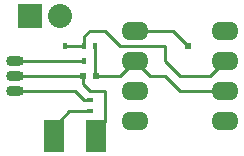
<source format=gbr>
%TF.GenerationSoftware,KiCad,Pcbnew,(2015-09-17 BZR 6202)-product*%
%TF.CreationDate,2015-09-24T15:53:46+01:00*%
%TF.JobID,Atomizer,41746F6D697A65722E6B696361645F70,rev?*%
%TF.FileFunction,Copper,L2,Bot,Signal*%
%FSLAX46Y46*%
G04 Gerber Fmt 4.6, Leading zero omitted, Abs format (unit mm)*
G04 Created by KiCad (PCBNEW (2015-09-17 BZR 6202)-product) date Thursday, 24 September 2015 15:53:46*
%MOMM*%
G01*
G04 APERTURE LIST*
%ADD10C,0.100000*%
%ADD11R,0.600000X0.500000*%
%ADD12R,1.778000X2.794000*%
%ADD13R,0.400000X0.600000*%
%ADD14R,0.600000X0.400000*%
%ADD15O,2.300000X1.600000*%
%ADD16R,2.032000X2.032000*%
%ADD17O,2.032000X2.032000*%
%ADD18O,1.501140X0.899160*%
%ADD19C,0.250000*%
G04 APERTURE END LIST*
D10*
D11*
X174710000Y-110490000D03*
X166920000Y-113030000D03*
X165820000Y-113030000D03*
D12*
X163322000Y-118110000D03*
X166878000Y-118110000D03*
D13*
X165920000Y-111760000D03*
D14*
X166370000Y-116020000D03*
X166370000Y-115120000D03*
D13*
X164280000Y-110490000D03*
X165920000Y-110490000D03*
X166820000Y-110490000D03*
D15*
X170180000Y-109220000D03*
X170180000Y-111760000D03*
X170180000Y-114300000D03*
X170180000Y-116840000D03*
X177800000Y-116840000D03*
X177800000Y-114300000D03*
X177800000Y-111760000D03*
X177800000Y-109220000D03*
D16*
X161290000Y-107950000D03*
D17*
X163830000Y-107950000D03*
D18*
X160020000Y-113030000D03*
X160020000Y-114300000D03*
X160020000Y-111760000D03*
D19*
X170180000Y-109220000D02*
X173440000Y-109220000D01*
X173440000Y-109220000D02*
X174710000Y-110490000D01*
X160020000Y-113030000D02*
X165820000Y-113030000D01*
X165820000Y-113030000D02*
X165820000Y-113750000D01*
X167640000Y-115570000D02*
X167640000Y-116840000D01*
X167640000Y-114300000D02*
X167640000Y-115570000D01*
X166370000Y-114300000D02*
X167640000Y-114300000D01*
X165820000Y-113750000D02*
X166370000Y-114300000D01*
X167640000Y-116840000D02*
X166878000Y-118110000D01*
X166920000Y-113030000D02*
X168910000Y-113030000D01*
X168910000Y-113030000D02*
X170180000Y-111760000D01*
X166820000Y-110490000D02*
X166820000Y-112930000D01*
X166820000Y-112930000D02*
X166920000Y-113030000D01*
X170180000Y-111760000D02*
X171450000Y-113030000D01*
X173990000Y-114300000D02*
X177800000Y-114300000D01*
X172720000Y-113030000D02*
X173990000Y-114300000D01*
X171450000Y-113030000D02*
X172720000Y-113030000D01*
X166370000Y-116020000D02*
X164650000Y-116020000D01*
X164650000Y-116020000D02*
X163830000Y-116840000D01*
X163830000Y-116840000D02*
X163322000Y-118110000D01*
X160020000Y-114300000D02*
X165100000Y-114300000D01*
X165920000Y-115120000D02*
X166370000Y-115120000D01*
X165100000Y-114300000D02*
X165920000Y-115120000D01*
X160020000Y-111760000D02*
X165920000Y-111760000D01*
X165920000Y-110490000D02*
X164280000Y-110490000D01*
X168910000Y-110490000D02*
X172720000Y-110490000D01*
X165920000Y-110490000D02*
X165920000Y-109670000D01*
X165920000Y-109670000D02*
X166370000Y-109220000D01*
X166370000Y-109220000D02*
X167640000Y-109220000D01*
X167640000Y-109220000D02*
X168910000Y-110490000D01*
X176530000Y-113030000D02*
X177800000Y-111760000D01*
X173990000Y-113030000D02*
X176530000Y-113030000D01*
X172720000Y-111760000D02*
X173990000Y-113030000D01*
X172720000Y-110490000D02*
X172720000Y-111760000D01*
M02*

</source>
